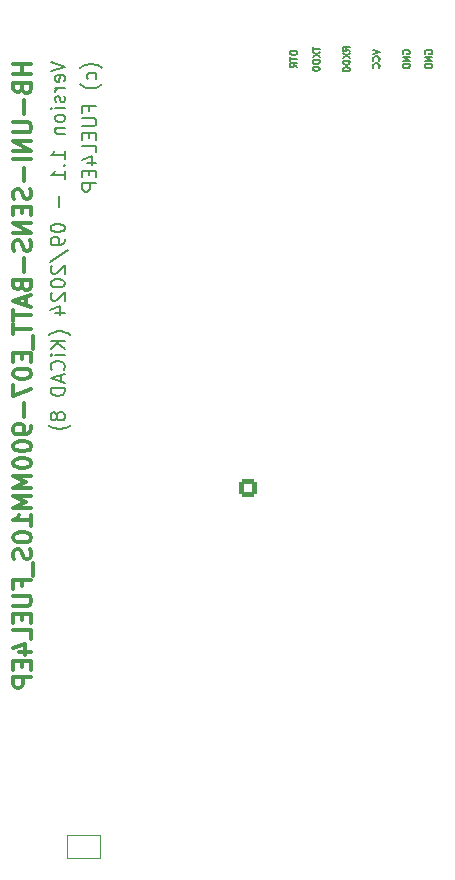
<source format=gbr>
%TF.GenerationSoftware,KiCad,Pcbnew,8.0.5-8.0.5-0~ubuntu22.04.1*%
%TF.CreationDate,2024-09-30T17:55:33+02:00*%
%TF.ProjectId,HB-UNI-SEN-BATT_E07-900MM10S_FUEL4EP,48422d55-4e49-42d5-9345-4e2d42415454,1.1*%
%TF.SameCoordinates,Original*%
%TF.FileFunction,Legend,Bot*%
%TF.FilePolarity,Positive*%
%FSLAX46Y46*%
G04 Gerber Fmt 4.6, Leading zero omitted, Abs format (unit mm)*
G04 Created by KiCad (PCBNEW 8.0.5-8.0.5-0~ubuntu22.04.1) date 2024-09-30 17:55:33*
%MOMM*%
%LPD*%
G01*
G04 APERTURE LIST*
G04 Aperture macros list*
%AMRoundRect*
0 Rectangle with rounded corners*
0 $1 Rounding radius*
0 $2 $3 $4 $5 $6 $7 $8 $9 X,Y pos of 4 corners*
0 Add a 4 corners polygon primitive as box body*
4,1,4,$2,$3,$4,$5,$6,$7,$8,$9,$2,$3,0*
0 Add four circle primitives for the rounded corners*
1,1,$1+$1,$2,$3*
1,1,$1+$1,$4,$5*
1,1,$1+$1,$6,$7*
1,1,$1+$1,$8,$9*
0 Add four rect primitives between the rounded corners*
20,1,$1+$1,$2,$3,$4,$5,0*
20,1,$1+$1,$4,$5,$6,$7,0*
20,1,$1+$1,$6,$7,$8,$9,0*
20,1,$1+$1,$8,$9,$2,$3,0*%
G04 Aperture macros list end*
%ADD10C,0.200000*%
%ADD11C,0.300000*%
%ADD12C,0.150000*%
%ADD13C,0.120000*%
%ADD14R,1.800000X1.800000*%
%ADD15C,1.800000*%
%ADD16R,1.700000X1.700000*%
%ADD17O,1.700000X1.700000*%
%ADD18C,2.640000*%
%ADD19R,2.000000X2.000000*%
%ADD20C,2.000000*%
%ADD21R,1.200000X1.200000*%
%ADD22C,1.200000*%
%ADD23C,1.600000*%
%ADD24O,1.600000X1.600000*%
%ADD25R,1.717500X1.800000*%
%ADD26O,1.717500X1.800000*%
%ADD27R,1.000000X1.500000*%
%ADD28C,0.700000*%
%ADD29C,4.400000*%
%ADD30R,1.350000X1.350000*%
%ADD31O,1.350000X1.350000*%
%ADD32RoundRect,0.250000X-0.550000X-0.550000X0.550000X-0.550000X0.550000X0.550000X-0.550000X0.550000X0*%
G04 APERTURE END LIST*
D10*
X10364885Y69689850D02*
X10307742Y69746993D01*
X10307742Y69746993D02*
X10136314Y69861279D01*
X10136314Y69861279D02*
X10022028Y69918422D01*
X10022028Y69918422D02*
X9850600Y69975564D01*
X9850600Y69975564D02*
X9564885Y70032707D01*
X9564885Y70032707D02*
X9336314Y70032707D01*
X9336314Y70032707D02*
X9050600Y69975564D01*
X9050600Y69975564D02*
X8879171Y69918422D01*
X8879171Y69918422D02*
X8764885Y69861279D01*
X8764885Y69861279D02*
X8593457Y69746993D01*
X8593457Y69746993D02*
X8536314Y69689850D01*
X9850600Y68718422D02*
X9907742Y68832707D01*
X9907742Y68832707D02*
X9907742Y69061279D01*
X9907742Y69061279D02*
X9850600Y69175564D01*
X9850600Y69175564D02*
X9793457Y69232707D01*
X9793457Y69232707D02*
X9679171Y69289850D01*
X9679171Y69289850D02*
X9336314Y69289850D01*
X9336314Y69289850D02*
X9222028Y69232707D01*
X9222028Y69232707D02*
X9164885Y69175564D01*
X9164885Y69175564D02*
X9107742Y69061279D01*
X9107742Y69061279D02*
X9107742Y68832707D01*
X9107742Y68832707D02*
X9164885Y68718422D01*
X10364885Y68318422D02*
X10307742Y68261279D01*
X10307742Y68261279D02*
X10136314Y68146993D01*
X10136314Y68146993D02*
X10022028Y68089851D01*
X10022028Y68089851D02*
X9850600Y68032708D01*
X9850600Y68032708D02*
X9564885Y67975565D01*
X9564885Y67975565D02*
X9336314Y67975565D01*
X9336314Y67975565D02*
X9050600Y68032708D01*
X9050600Y68032708D02*
X8879171Y68089851D01*
X8879171Y68089851D02*
X8764885Y68146993D01*
X8764885Y68146993D02*
X8593457Y68261279D01*
X8593457Y68261279D02*
X8536314Y68318422D01*
X9279171Y66089850D02*
X9279171Y66489850D01*
X9907742Y66489850D02*
X8707742Y66489850D01*
X8707742Y66489850D02*
X8707742Y65918422D01*
X8707742Y65461279D02*
X9679171Y65461279D01*
X9679171Y65461279D02*
X9793457Y65404136D01*
X9793457Y65404136D02*
X9850600Y65346994D01*
X9850600Y65346994D02*
X9907742Y65232708D01*
X9907742Y65232708D02*
X9907742Y65004136D01*
X9907742Y65004136D02*
X9850600Y64889851D01*
X9850600Y64889851D02*
X9793457Y64832708D01*
X9793457Y64832708D02*
X9679171Y64775565D01*
X9679171Y64775565D02*
X8707742Y64775565D01*
X9279171Y64204136D02*
X9279171Y63804136D01*
X9907742Y63632708D02*
X9907742Y64204136D01*
X9907742Y64204136D02*
X8707742Y64204136D01*
X8707742Y64204136D02*
X8707742Y63632708D01*
X9907742Y62546994D02*
X9907742Y63118422D01*
X9907742Y63118422D02*
X8707742Y63118422D01*
X9107742Y61632708D02*
X9907742Y61632708D01*
X8650600Y61918422D02*
X9507742Y62204136D01*
X9507742Y62204136D02*
X9507742Y61461279D01*
X9279171Y61004136D02*
X9279171Y60604136D01*
X9907742Y60432708D02*
X9907742Y61004136D01*
X9907742Y61004136D02*
X8707742Y61004136D01*
X8707742Y61004136D02*
X8707742Y60432708D01*
X9907742Y59918422D02*
X8707742Y59918422D01*
X8707742Y59918422D02*
X8707742Y59461279D01*
X8707742Y59461279D02*
X8764885Y59346994D01*
X8764885Y59346994D02*
X8822028Y59289851D01*
X8822028Y59289851D02*
X8936314Y59232708D01*
X8936314Y59232708D02*
X9107742Y59232708D01*
X9107742Y59232708D02*
X9222028Y59289851D01*
X9222028Y59289851D02*
X9279171Y59346994D01*
X9279171Y59346994D02*
X9336314Y59461279D01*
X9336314Y59461279D02*
X9336314Y59918422D01*
D11*
X4388870Y70022489D02*
X2888870Y70022489D01*
X3603156Y70022489D02*
X3603156Y69165346D01*
X4388870Y69165346D02*
X2888870Y69165346D01*
X3603156Y67951060D02*
X3674584Y67736774D01*
X3674584Y67736774D02*
X3746013Y67665345D01*
X3746013Y67665345D02*
X3888870Y67593917D01*
X3888870Y67593917D02*
X4103156Y67593917D01*
X4103156Y67593917D02*
X4246013Y67665345D01*
X4246013Y67665345D02*
X4317442Y67736774D01*
X4317442Y67736774D02*
X4388870Y67879631D01*
X4388870Y67879631D02*
X4388870Y68451060D01*
X4388870Y68451060D02*
X2888870Y68451060D01*
X2888870Y68451060D02*
X2888870Y67951060D01*
X2888870Y67951060D02*
X2960299Y67808203D01*
X2960299Y67808203D02*
X3031727Y67736774D01*
X3031727Y67736774D02*
X3174584Y67665345D01*
X3174584Y67665345D02*
X3317442Y67665345D01*
X3317442Y67665345D02*
X3460299Y67736774D01*
X3460299Y67736774D02*
X3531727Y67808203D01*
X3531727Y67808203D02*
X3603156Y67951060D01*
X3603156Y67951060D02*
X3603156Y68451060D01*
X3817442Y66951060D02*
X3817442Y65808203D01*
X2888870Y65093917D02*
X4103156Y65093917D01*
X4103156Y65093917D02*
X4246013Y65022488D01*
X4246013Y65022488D02*
X4317442Y64951060D01*
X4317442Y64951060D02*
X4388870Y64808202D01*
X4388870Y64808202D02*
X4388870Y64522488D01*
X4388870Y64522488D02*
X4317442Y64379631D01*
X4317442Y64379631D02*
X4246013Y64308202D01*
X4246013Y64308202D02*
X4103156Y64236774D01*
X4103156Y64236774D02*
X2888870Y64236774D01*
X4388870Y63522488D02*
X2888870Y63522488D01*
X2888870Y63522488D02*
X4388870Y62665345D01*
X4388870Y62665345D02*
X2888870Y62665345D01*
X4388870Y61951059D02*
X2888870Y61951059D01*
X3817442Y61236773D02*
X3817442Y60093916D01*
X4317442Y59451058D02*
X4388870Y59236773D01*
X4388870Y59236773D02*
X4388870Y58879630D01*
X4388870Y58879630D02*
X4317442Y58736773D01*
X4317442Y58736773D02*
X4246013Y58665344D01*
X4246013Y58665344D02*
X4103156Y58593915D01*
X4103156Y58593915D02*
X3960299Y58593915D01*
X3960299Y58593915D02*
X3817442Y58665344D01*
X3817442Y58665344D02*
X3746013Y58736773D01*
X3746013Y58736773D02*
X3674584Y58879630D01*
X3674584Y58879630D02*
X3603156Y59165344D01*
X3603156Y59165344D02*
X3531727Y59308201D01*
X3531727Y59308201D02*
X3460299Y59379630D01*
X3460299Y59379630D02*
X3317442Y59451058D01*
X3317442Y59451058D02*
X3174584Y59451058D01*
X3174584Y59451058D02*
X3031727Y59379630D01*
X3031727Y59379630D02*
X2960299Y59308201D01*
X2960299Y59308201D02*
X2888870Y59165344D01*
X2888870Y59165344D02*
X2888870Y58808201D01*
X2888870Y58808201D02*
X2960299Y58593915D01*
X3603156Y57951059D02*
X3603156Y57451059D01*
X4388870Y57236773D02*
X4388870Y57951059D01*
X4388870Y57951059D02*
X2888870Y57951059D01*
X2888870Y57951059D02*
X2888870Y57236773D01*
X4388870Y56593916D02*
X2888870Y56593916D01*
X2888870Y56593916D02*
X4388870Y55736773D01*
X4388870Y55736773D02*
X2888870Y55736773D01*
X4317442Y55093915D02*
X4388870Y54879630D01*
X4388870Y54879630D02*
X4388870Y54522487D01*
X4388870Y54522487D02*
X4317442Y54379630D01*
X4317442Y54379630D02*
X4246013Y54308201D01*
X4246013Y54308201D02*
X4103156Y54236772D01*
X4103156Y54236772D02*
X3960299Y54236772D01*
X3960299Y54236772D02*
X3817442Y54308201D01*
X3817442Y54308201D02*
X3746013Y54379630D01*
X3746013Y54379630D02*
X3674584Y54522487D01*
X3674584Y54522487D02*
X3603156Y54808201D01*
X3603156Y54808201D02*
X3531727Y54951058D01*
X3531727Y54951058D02*
X3460299Y55022487D01*
X3460299Y55022487D02*
X3317442Y55093915D01*
X3317442Y55093915D02*
X3174584Y55093915D01*
X3174584Y55093915D02*
X3031727Y55022487D01*
X3031727Y55022487D02*
X2960299Y54951058D01*
X2960299Y54951058D02*
X2888870Y54808201D01*
X2888870Y54808201D02*
X2888870Y54451058D01*
X2888870Y54451058D02*
X2960299Y54236772D01*
X3817442Y53593916D02*
X3817442Y52451059D01*
X3603156Y51236773D02*
X3674584Y51022487D01*
X3674584Y51022487D02*
X3746013Y50951058D01*
X3746013Y50951058D02*
X3888870Y50879630D01*
X3888870Y50879630D02*
X4103156Y50879630D01*
X4103156Y50879630D02*
X4246013Y50951058D01*
X4246013Y50951058D02*
X4317442Y51022487D01*
X4317442Y51022487D02*
X4388870Y51165344D01*
X4388870Y51165344D02*
X4388870Y51736773D01*
X4388870Y51736773D02*
X2888870Y51736773D01*
X2888870Y51736773D02*
X2888870Y51236773D01*
X2888870Y51236773D02*
X2960299Y51093916D01*
X2960299Y51093916D02*
X3031727Y51022487D01*
X3031727Y51022487D02*
X3174584Y50951058D01*
X3174584Y50951058D02*
X3317442Y50951058D01*
X3317442Y50951058D02*
X3460299Y51022487D01*
X3460299Y51022487D02*
X3531727Y51093916D01*
X3531727Y51093916D02*
X3603156Y51236773D01*
X3603156Y51236773D02*
X3603156Y51736773D01*
X3960299Y50308201D02*
X3960299Y49593916D01*
X4388870Y50451058D02*
X2888870Y49951058D01*
X2888870Y49951058D02*
X4388870Y49451058D01*
X2888870Y49165344D02*
X2888870Y48308202D01*
X4388870Y48736773D02*
X2888870Y48736773D01*
X2888870Y48022487D02*
X2888870Y47165345D01*
X4388870Y47593916D02*
X2888870Y47593916D01*
X4531727Y47022488D02*
X4531727Y45879630D01*
X3603156Y45522488D02*
X3603156Y45022488D01*
X4388870Y44808202D02*
X4388870Y45522488D01*
X4388870Y45522488D02*
X2888870Y45522488D01*
X2888870Y45522488D02*
X2888870Y44808202D01*
X2888870Y43879630D02*
X2888870Y43736773D01*
X2888870Y43736773D02*
X2960299Y43593916D01*
X2960299Y43593916D02*
X3031727Y43522488D01*
X3031727Y43522488D02*
X3174584Y43451059D01*
X3174584Y43451059D02*
X3460299Y43379630D01*
X3460299Y43379630D02*
X3817442Y43379630D01*
X3817442Y43379630D02*
X4103156Y43451059D01*
X4103156Y43451059D02*
X4246013Y43522488D01*
X4246013Y43522488D02*
X4317442Y43593916D01*
X4317442Y43593916D02*
X4388870Y43736773D01*
X4388870Y43736773D02*
X4388870Y43879630D01*
X4388870Y43879630D02*
X4317442Y44022488D01*
X4317442Y44022488D02*
X4246013Y44093916D01*
X4246013Y44093916D02*
X4103156Y44165345D01*
X4103156Y44165345D02*
X3817442Y44236773D01*
X3817442Y44236773D02*
X3460299Y44236773D01*
X3460299Y44236773D02*
X3174584Y44165345D01*
X3174584Y44165345D02*
X3031727Y44093916D01*
X3031727Y44093916D02*
X2960299Y44022488D01*
X2960299Y44022488D02*
X2888870Y43879630D01*
X2888870Y42879631D02*
X2888870Y41879631D01*
X2888870Y41879631D02*
X4388870Y42522488D01*
X3817442Y41308203D02*
X3817442Y40165346D01*
X4388870Y39379631D02*
X4388870Y39093917D01*
X4388870Y39093917D02*
X4317442Y38951060D01*
X4317442Y38951060D02*
X4246013Y38879631D01*
X4246013Y38879631D02*
X4031727Y38736774D01*
X4031727Y38736774D02*
X3746013Y38665345D01*
X3746013Y38665345D02*
X3174584Y38665345D01*
X3174584Y38665345D02*
X3031727Y38736774D01*
X3031727Y38736774D02*
X2960299Y38808203D01*
X2960299Y38808203D02*
X2888870Y38951060D01*
X2888870Y38951060D02*
X2888870Y39236774D01*
X2888870Y39236774D02*
X2960299Y39379631D01*
X2960299Y39379631D02*
X3031727Y39451060D01*
X3031727Y39451060D02*
X3174584Y39522488D01*
X3174584Y39522488D02*
X3531727Y39522488D01*
X3531727Y39522488D02*
X3674584Y39451060D01*
X3674584Y39451060D02*
X3746013Y39379631D01*
X3746013Y39379631D02*
X3817442Y39236774D01*
X3817442Y39236774D02*
X3817442Y38951060D01*
X3817442Y38951060D02*
X3746013Y38808203D01*
X3746013Y38808203D02*
X3674584Y38736774D01*
X3674584Y38736774D02*
X3531727Y38665345D01*
X2888870Y37736774D02*
X2888870Y37593917D01*
X2888870Y37593917D02*
X2960299Y37451060D01*
X2960299Y37451060D02*
X3031727Y37379632D01*
X3031727Y37379632D02*
X3174584Y37308203D01*
X3174584Y37308203D02*
X3460299Y37236774D01*
X3460299Y37236774D02*
X3817442Y37236774D01*
X3817442Y37236774D02*
X4103156Y37308203D01*
X4103156Y37308203D02*
X4246013Y37379632D01*
X4246013Y37379632D02*
X4317442Y37451060D01*
X4317442Y37451060D02*
X4388870Y37593917D01*
X4388870Y37593917D02*
X4388870Y37736774D01*
X4388870Y37736774D02*
X4317442Y37879632D01*
X4317442Y37879632D02*
X4246013Y37951060D01*
X4246013Y37951060D02*
X4103156Y38022489D01*
X4103156Y38022489D02*
X3817442Y38093917D01*
X3817442Y38093917D02*
X3460299Y38093917D01*
X3460299Y38093917D02*
X3174584Y38022489D01*
X3174584Y38022489D02*
X3031727Y37951060D01*
X3031727Y37951060D02*
X2960299Y37879632D01*
X2960299Y37879632D02*
X2888870Y37736774D01*
X2888870Y36308203D02*
X2888870Y36165346D01*
X2888870Y36165346D02*
X2960299Y36022489D01*
X2960299Y36022489D02*
X3031727Y35951061D01*
X3031727Y35951061D02*
X3174584Y35879632D01*
X3174584Y35879632D02*
X3460299Y35808203D01*
X3460299Y35808203D02*
X3817442Y35808203D01*
X3817442Y35808203D02*
X4103156Y35879632D01*
X4103156Y35879632D02*
X4246013Y35951061D01*
X4246013Y35951061D02*
X4317442Y36022489D01*
X4317442Y36022489D02*
X4388870Y36165346D01*
X4388870Y36165346D02*
X4388870Y36308203D01*
X4388870Y36308203D02*
X4317442Y36451061D01*
X4317442Y36451061D02*
X4246013Y36522489D01*
X4246013Y36522489D02*
X4103156Y36593918D01*
X4103156Y36593918D02*
X3817442Y36665346D01*
X3817442Y36665346D02*
X3460299Y36665346D01*
X3460299Y36665346D02*
X3174584Y36593918D01*
X3174584Y36593918D02*
X3031727Y36522489D01*
X3031727Y36522489D02*
X2960299Y36451061D01*
X2960299Y36451061D02*
X2888870Y36308203D01*
X4388870Y35165347D02*
X2888870Y35165347D01*
X2888870Y35165347D02*
X3960299Y34665347D01*
X3960299Y34665347D02*
X2888870Y34165347D01*
X2888870Y34165347D02*
X4388870Y34165347D01*
X4388870Y33451061D02*
X2888870Y33451061D01*
X2888870Y33451061D02*
X3960299Y32951061D01*
X3960299Y32951061D02*
X2888870Y32451061D01*
X2888870Y32451061D02*
X4388870Y32451061D01*
X4388870Y30951060D02*
X4388870Y31808203D01*
X4388870Y31379632D02*
X2888870Y31379632D01*
X2888870Y31379632D02*
X3103156Y31522489D01*
X3103156Y31522489D02*
X3246013Y31665346D01*
X3246013Y31665346D02*
X3317442Y31808203D01*
X2888870Y30022489D02*
X2888870Y29879632D01*
X2888870Y29879632D02*
X2960299Y29736775D01*
X2960299Y29736775D02*
X3031727Y29665347D01*
X3031727Y29665347D02*
X3174584Y29593918D01*
X3174584Y29593918D02*
X3460299Y29522489D01*
X3460299Y29522489D02*
X3817442Y29522489D01*
X3817442Y29522489D02*
X4103156Y29593918D01*
X4103156Y29593918D02*
X4246013Y29665347D01*
X4246013Y29665347D02*
X4317442Y29736775D01*
X4317442Y29736775D02*
X4388870Y29879632D01*
X4388870Y29879632D02*
X4388870Y30022489D01*
X4388870Y30022489D02*
X4317442Y30165347D01*
X4317442Y30165347D02*
X4246013Y30236775D01*
X4246013Y30236775D02*
X4103156Y30308204D01*
X4103156Y30308204D02*
X3817442Y30379632D01*
X3817442Y30379632D02*
X3460299Y30379632D01*
X3460299Y30379632D02*
X3174584Y30308204D01*
X3174584Y30308204D02*
X3031727Y30236775D01*
X3031727Y30236775D02*
X2960299Y30165347D01*
X2960299Y30165347D02*
X2888870Y30022489D01*
X4317442Y28951061D02*
X4388870Y28736776D01*
X4388870Y28736776D02*
X4388870Y28379633D01*
X4388870Y28379633D02*
X4317442Y28236776D01*
X4317442Y28236776D02*
X4246013Y28165347D01*
X4246013Y28165347D02*
X4103156Y28093918D01*
X4103156Y28093918D02*
X3960299Y28093918D01*
X3960299Y28093918D02*
X3817442Y28165347D01*
X3817442Y28165347D02*
X3746013Y28236776D01*
X3746013Y28236776D02*
X3674584Y28379633D01*
X3674584Y28379633D02*
X3603156Y28665347D01*
X3603156Y28665347D02*
X3531727Y28808204D01*
X3531727Y28808204D02*
X3460299Y28879633D01*
X3460299Y28879633D02*
X3317442Y28951061D01*
X3317442Y28951061D02*
X3174584Y28951061D01*
X3174584Y28951061D02*
X3031727Y28879633D01*
X3031727Y28879633D02*
X2960299Y28808204D01*
X2960299Y28808204D02*
X2888870Y28665347D01*
X2888870Y28665347D02*
X2888870Y28308204D01*
X2888870Y28308204D02*
X2960299Y28093918D01*
X4531727Y27808205D02*
X4531727Y26665347D01*
X3603156Y25808205D02*
X3603156Y26308205D01*
X4388870Y26308205D02*
X2888870Y26308205D01*
X2888870Y26308205D02*
X2888870Y25593919D01*
X2888870Y25022491D02*
X4103156Y25022491D01*
X4103156Y25022491D02*
X4246013Y24951062D01*
X4246013Y24951062D02*
X4317442Y24879634D01*
X4317442Y24879634D02*
X4388870Y24736776D01*
X4388870Y24736776D02*
X4388870Y24451062D01*
X4388870Y24451062D02*
X4317442Y24308205D01*
X4317442Y24308205D02*
X4246013Y24236776D01*
X4246013Y24236776D02*
X4103156Y24165348D01*
X4103156Y24165348D02*
X2888870Y24165348D01*
X3603156Y23451062D02*
X3603156Y22951062D01*
X4388870Y22736776D02*
X4388870Y23451062D01*
X4388870Y23451062D02*
X2888870Y23451062D01*
X2888870Y23451062D02*
X2888870Y22736776D01*
X4388870Y21379633D02*
X4388870Y22093919D01*
X4388870Y22093919D02*
X2888870Y22093919D01*
X3388870Y20236776D02*
X4388870Y20236776D01*
X2817442Y20593918D02*
X3888870Y20951061D01*
X3888870Y20951061D02*
X3888870Y20022490D01*
X3603156Y19451062D02*
X3603156Y18951062D01*
X4388870Y18736776D02*
X4388870Y19451062D01*
X4388870Y19451062D02*
X2888870Y19451062D01*
X2888870Y19451062D02*
X2888870Y18736776D01*
X4388870Y18093919D02*
X2888870Y18093919D01*
X2888870Y18093919D02*
X2888870Y17522490D01*
X2888870Y17522490D02*
X2960299Y17379633D01*
X2960299Y17379633D02*
X3031727Y17308204D01*
X3031727Y17308204D02*
X3174584Y17236776D01*
X3174584Y17236776D02*
X3388870Y17236776D01*
X3388870Y17236776D02*
X3531727Y17308204D01*
X3531727Y17308204D02*
X3603156Y17379633D01*
X3603156Y17379633D02*
X3674584Y17522490D01*
X3674584Y17522490D02*
X3674584Y18093919D01*
D10*
X6040742Y70204136D02*
X7240742Y69804136D01*
X7240742Y69804136D02*
X6040742Y69404136D01*
X7183600Y68546993D02*
X7240742Y68661279D01*
X7240742Y68661279D02*
X7240742Y68889851D01*
X7240742Y68889851D02*
X7183600Y69004136D01*
X7183600Y69004136D02*
X7069314Y69061279D01*
X7069314Y69061279D02*
X6612171Y69061279D01*
X6612171Y69061279D02*
X6497885Y69004136D01*
X6497885Y69004136D02*
X6440742Y68889851D01*
X6440742Y68889851D02*
X6440742Y68661279D01*
X6440742Y68661279D02*
X6497885Y68546993D01*
X6497885Y68546993D02*
X6612171Y68489851D01*
X6612171Y68489851D02*
X6726457Y68489851D01*
X6726457Y68489851D02*
X6840742Y69061279D01*
X7240742Y67975565D02*
X6440742Y67975565D01*
X6669314Y67975565D02*
X6555028Y67918422D01*
X6555028Y67918422D02*
X6497885Y67861280D01*
X6497885Y67861280D02*
X6440742Y67746994D01*
X6440742Y67746994D02*
X6440742Y67632708D01*
X7183600Y67289851D02*
X7240742Y67175565D01*
X7240742Y67175565D02*
X7240742Y66946994D01*
X7240742Y66946994D02*
X7183600Y66832708D01*
X7183600Y66832708D02*
X7069314Y66775565D01*
X7069314Y66775565D02*
X7012171Y66775565D01*
X7012171Y66775565D02*
X6897885Y66832708D01*
X6897885Y66832708D02*
X6840742Y66946994D01*
X6840742Y66946994D02*
X6840742Y67118423D01*
X6840742Y67118423D02*
X6783600Y67232708D01*
X6783600Y67232708D02*
X6669314Y67289851D01*
X6669314Y67289851D02*
X6612171Y67289851D01*
X6612171Y67289851D02*
X6497885Y67232708D01*
X6497885Y67232708D02*
X6440742Y67118423D01*
X6440742Y67118423D02*
X6440742Y66946994D01*
X6440742Y66946994D02*
X6497885Y66832708D01*
X7240742Y66261279D02*
X6440742Y66261279D01*
X6040742Y66261279D02*
X6097885Y66318422D01*
X6097885Y66318422D02*
X6155028Y66261279D01*
X6155028Y66261279D02*
X6097885Y66204136D01*
X6097885Y66204136D02*
X6040742Y66261279D01*
X6040742Y66261279D02*
X6155028Y66261279D01*
X7240742Y65518422D02*
X7183600Y65632707D01*
X7183600Y65632707D02*
X7126457Y65689850D01*
X7126457Y65689850D02*
X7012171Y65746993D01*
X7012171Y65746993D02*
X6669314Y65746993D01*
X6669314Y65746993D02*
X6555028Y65689850D01*
X6555028Y65689850D02*
X6497885Y65632707D01*
X6497885Y65632707D02*
X6440742Y65518422D01*
X6440742Y65518422D02*
X6440742Y65346993D01*
X6440742Y65346993D02*
X6497885Y65232707D01*
X6497885Y65232707D02*
X6555028Y65175565D01*
X6555028Y65175565D02*
X6669314Y65118422D01*
X6669314Y65118422D02*
X7012171Y65118422D01*
X7012171Y65118422D02*
X7126457Y65175565D01*
X7126457Y65175565D02*
X7183600Y65232707D01*
X7183600Y65232707D02*
X7240742Y65346993D01*
X7240742Y65346993D02*
X7240742Y65518422D01*
X6440742Y64604136D02*
X7240742Y64604136D01*
X6555028Y64604136D02*
X6497885Y64546993D01*
X6497885Y64546993D02*
X6440742Y64432708D01*
X6440742Y64432708D02*
X6440742Y64261279D01*
X6440742Y64261279D02*
X6497885Y64146993D01*
X6497885Y64146993D02*
X6612171Y64089851D01*
X6612171Y64089851D02*
X7240742Y64089851D01*
X7240742Y61975565D02*
X7240742Y62661279D01*
X7240742Y62318422D02*
X6040742Y62318422D01*
X6040742Y62318422D02*
X6212171Y62432708D01*
X6212171Y62432708D02*
X6326457Y62546993D01*
X6326457Y62546993D02*
X6383600Y62661279D01*
X7126457Y61461279D02*
X7183600Y61404136D01*
X7183600Y61404136D02*
X7240742Y61461279D01*
X7240742Y61461279D02*
X7183600Y61518422D01*
X7183600Y61518422D02*
X7126457Y61461279D01*
X7126457Y61461279D02*
X7240742Y61461279D01*
X7240742Y60261279D02*
X7240742Y60946993D01*
X7240742Y60604136D02*
X6040742Y60604136D01*
X6040742Y60604136D02*
X6212171Y60718422D01*
X6212171Y60718422D02*
X6326457Y60832707D01*
X6326457Y60832707D02*
X6383600Y60946993D01*
X6783600Y58832707D02*
X6783600Y57918422D01*
X6040742Y56204136D02*
X6040742Y56089850D01*
X6040742Y56089850D02*
X6097885Y55975564D01*
X6097885Y55975564D02*
X6155028Y55918422D01*
X6155028Y55918422D02*
X6269314Y55861279D01*
X6269314Y55861279D02*
X6497885Y55804136D01*
X6497885Y55804136D02*
X6783600Y55804136D01*
X6783600Y55804136D02*
X7012171Y55861279D01*
X7012171Y55861279D02*
X7126457Y55918422D01*
X7126457Y55918422D02*
X7183600Y55975564D01*
X7183600Y55975564D02*
X7240742Y56089850D01*
X7240742Y56089850D02*
X7240742Y56204136D01*
X7240742Y56204136D02*
X7183600Y56318422D01*
X7183600Y56318422D02*
X7126457Y56375564D01*
X7126457Y56375564D02*
X7012171Y56432707D01*
X7012171Y56432707D02*
X6783600Y56489850D01*
X6783600Y56489850D02*
X6497885Y56489850D01*
X6497885Y56489850D02*
X6269314Y56432707D01*
X6269314Y56432707D02*
X6155028Y56375564D01*
X6155028Y56375564D02*
X6097885Y56318422D01*
X6097885Y56318422D02*
X6040742Y56204136D01*
X7240742Y55232707D02*
X7240742Y55004136D01*
X7240742Y55004136D02*
X7183600Y54889850D01*
X7183600Y54889850D02*
X7126457Y54832707D01*
X7126457Y54832707D02*
X6955028Y54718422D01*
X6955028Y54718422D02*
X6726457Y54661279D01*
X6726457Y54661279D02*
X6269314Y54661279D01*
X6269314Y54661279D02*
X6155028Y54718422D01*
X6155028Y54718422D02*
X6097885Y54775565D01*
X6097885Y54775565D02*
X6040742Y54889850D01*
X6040742Y54889850D02*
X6040742Y55118422D01*
X6040742Y55118422D02*
X6097885Y55232707D01*
X6097885Y55232707D02*
X6155028Y55289850D01*
X6155028Y55289850D02*
X6269314Y55346993D01*
X6269314Y55346993D02*
X6555028Y55346993D01*
X6555028Y55346993D02*
X6669314Y55289850D01*
X6669314Y55289850D02*
X6726457Y55232707D01*
X6726457Y55232707D02*
X6783600Y55118422D01*
X6783600Y55118422D02*
X6783600Y54889850D01*
X6783600Y54889850D02*
X6726457Y54775565D01*
X6726457Y54775565D02*
X6669314Y54718422D01*
X6669314Y54718422D02*
X6555028Y54661279D01*
X5983600Y53289850D02*
X7526457Y54318422D01*
X6155028Y52946993D02*
X6097885Y52889850D01*
X6097885Y52889850D02*
X6040742Y52775565D01*
X6040742Y52775565D02*
X6040742Y52489850D01*
X6040742Y52489850D02*
X6097885Y52375565D01*
X6097885Y52375565D02*
X6155028Y52318422D01*
X6155028Y52318422D02*
X6269314Y52261279D01*
X6269314Y52261279D02*
X6383600Y52261279D01*
X6383600Y52261279D02*
X6555028Y52318422D01*
X6555028Y52318422D02*
X7240742Y53004136D01*
X7240742Y53004136D02*
X7240742Y52261279D01*
X6040742Y51518422D02*
X6040742Y51404136D01*
X6040742Y51404136D02*
X6097885Y51289850D01*
X6097885Y51289850D02*
X6155028Y51232708D01*
X6155028Y51232708D02*
X6269314Y51175565D01*
X6269314Y51175565D02*
X6497885Y51118422D01*
X6497885Y51118422D02*
X6783600Y51118422D01*
X6783600Y51118422D02*
X7012171Y51175565D01*
X7012171Y51175565D02*
X7126457Y51232708D01*
X7126457Y51232708D02*
X7183600Y51289850D01*
X7183600Y51289850D02*
X7240742Y51404136D01*
X7240742Y51404136D02*
X7240742Y51518422D01*
X7240742Y51518422D02*
X7183600Y51632708D01*
X7183600Y51632708D02*
X7126457Y51689850D01*
X7126457Y51689850D02*
X7012171Y51746993D01*
X7012171Y51746993D02*
X6783600Y51804136D01*
X6783600Y51804136D02*
X6497885Y51804136D01*
X6497885Y51804136D02*
X6269314Y51746993D01*
X6269314Y51746993D02*
X6155028Y51689850D01*
X6155028Y51689850D02*
X6097885Y51632708D01*
X6097885Y51632708D02*
X6040742Y51518422D01*
X6155028Y50661279D02*
X6097885Y50604136D01*
X6097885Y50604136D02*
X6040742Y50489851D01*
X6040742Y50489851D02*
X6040742Y50204136D01*
X6040742Y50204136D02*
X6097885Y50089851D01*
X6097885Y50089851D02*
X6155028Y50032708D01*
X6155028Y50032708D02*
X6269314Y49975565D01*
X6269314Y49975565D02*
X6383600Y49975565D01*
X6383600Y49975565D02*
X6555028Y50032708D01*
X6555028Y50032708D02*
X7240742Y50718422D01*
X7240742Y50718422D02*
X7240742Y49975565D01*
X6440742Y48946994D02*
X7240742Y48946994D01*
X5983600Y49232708D02*
X6840742Y49518422D01*
X6840742Y49518422D02*
X6840742Y48775565D01*
X7697885Y47061279D02*
X7640742Y47118422D01*
X7640742Y47118422D02*
X7469314Y47232708D01*
X7469314Y47232708D02*
X7355028Y47289851D01*
X7355028Y47289851D02*
X7183600Y47346993D01*
X7183600Y47346993D02*
X6897885Y47404136D01*
X6897885Y47404136D02*
X6669314Y47404136D01*
X6669314Y47404136D02*
X6383600Y47346993D01*
X6383600Y47346993D02*
X6212171Y47289851D01*
X6212171Y47289851D02*
X6097885Y47232708D01*
X6097885Y47232708D02*
X5926457Y47118422D01*
X5926457Y47118422D02*
X5869314Y47061279D01*
X7240742Y46604136D02*
X6040742Y46604136D01*
X7240742Y45918422D02*
X6555028Y46432708D01*
X6040742Y45918422D02*
X6726457Y46604136D01*
X7240742Y45404136D02*
X6440742Y45404136D01*
X6040742Y45404136D02*
X6097885Y45461279D01*
X6097885Y45461279D02*
X6155028Y45404136D01*
X6155028Y45404136D02*
X6097885Y45346993D01*
X6097885Y45346993D02*
X6040742Y45404136D01*
X6040742Y45404136D02*
X6155028Y45404136D01*
X7126457Y44146993D02*
X7183600Y44204136D01*
X7183600Y44204136D02*
X7240742Y44375564D01*
X7240742Y44375564D02*
X7240742Y44489850D01*
X7240742Y44489850D02*
X7183600Y44661279D01*
X7183600Y44661279D02*
X7069314Y44775564D01*
X7069314Y44775564D02*
X6955028Y44832707D01*
X6955028Y44832707D02*
X6726457Y44889850D01*
X6726457Y44889850D02*
X6555028Y44889850D01*
X6555028Y44889850D02*
X6326457Y44832707D01*
X6326457Y44832707D02*
X6212171Y44775564D01*
X6212171Y44775564D02*
X6097885Y44661279D01*
X6097885Y44661279D02*
X6040742Y44489850D01*
X6040742Y44489850D02*
X6040742Y44375564D01*
X6040742Y44375564D02*
X6097885Y44204136D01*
X6097885Y44204136D02*
X6155028Y44146993D01*
X6897885Y43689850D02*
X6897885Y43118422D01*
X7240742Y43804136D02*
X6040742Y43404136D01*
X6040742Y43404136D02*
X7240742Y43004136D01*
X7240742Y42604136D02*
X6040742Y42604136D01*
X6040742Y42604136D02*
X6040742Y42318422D01*
X6040742Y42318422D02*
X6097885Y42146993D01*
X6097885Y42146993D02*
X6212171Y42032708D01*
X6212171Y42032708D02*
X6326457Y41975565D01*
X6326457Y41975565D02*
X6555028Y41918422D01*
X6555028Y41918422D02*
X6726457Y41918422D01*
X6726457Y41918422D02*
X6955028Y41975565D01*
X6955028Y41975565D02*
X7069314Y42032708D01*
X7069314Y42032708D02*
X7183600Y42146993D01*
X7183600Y42146993D02*
X7240742Y42318422D01*
X7240742Y42318422D02*
X7240742Y42604136D01*
X6555028Y40318422D02*
X6497885Y40432707D01*
X6497885Y40432707D02*
X6440742Y40489850D01*
X6440742Y40489850D02*
X6326457Y40546993D01*
X6326457Y40546993D02*
X6269314Y40546993D01*
X6269314Y40546993D02*
X6155028Y40489850D01*
X6155028Y40489850D02*
X6097885Y40432707D01*
X6097885Y40432707D02*
X6040742Y40318422D01*
X6040742Y40318422D02*
X6040742Y40089850D01*
X6040742Y40089850D02*
X6097885Y39975565D01*
X6097885Y39975565D02*
X6155028Y39918422D01*
X6155028Y39918422D02*
X6269314Y39861279D01*
X6269314Y39861279D02*
X6326457Y39861279D01*
X6326457Y39861279D02*
X6440742Y39918422D01*
X6440742Y39918422D02*
X6497885Y39975565D01*
X6497885Y39975565D02*
X6555028Y40089850D01*
X6555028Y40089850D02*
X6555028Y40318422D01*
X6555028Y40318422D02*
X6612171Y40432707D01*
X6612171Y40432707D02*
X6669314Y40489850D01*
X6669314Y40489850D02*
X6783600Y40546993D01*
X6783600Y40546993D02*
X7012171Y40546993D01*
X7012171Y40546993D02*
X7126457Y40489850D01*
X7126457Y40489850D02*
X7183600Y40432707D01*
X7183600Y40432707D02*
X7240742Y40318422D01*
X7240742Y40318422D02*
X7240742Y40089850D01*
X7240742Y40089850D02*
X7183600Y39975565D01*
X7183600Y39975565D02*
X7126457Y39918422D01*
X7126457Y39918422D02*
X7012171Y39861279D01*
X7012171Y39861279D02*
X6783600Y39861279D01*
X6783600Y39861279D02*
X6669314Y39918422D01*
X6669314Y39918422D02*
X6612171Y39975565D01*
X6612171Y39975565D02*
X6555028Y40089850D01*
X7697885Y39461279D02*
X7640742Y39404136D01*
X7640742Y39404136D02*
X7469314Y39289850D01*
X7469314Y39289850D02*
X7355028Y39232708D01*
X7355028Y39232708D02*
X7183600Y39175565D01*
X7183600Y39175565D02*
X6897885Y39118422D01*
X6897885Y39118422D02*
X6669314Y39118422D01*
X6669314Y39118422D02*
X6383600Y39175565D01*
X6383600Y39175565D02*
X6212171Y39232708D01*
X6212171Y39232708D02*
X6097885Y39289850D01*
X6097885Y39289850D02*
X5926457Y39404136D01*
X5926457Y39404136D02*
X5869314Y39461279D01*
D12*
X33289771Y71250000D02*
X33889771Y71050000D01*
X33889771Y71050000D02*
X33289771Y70850000D01*
X33832628Y70307142D02*
X33861200Y70335714D01*
X33861200Y70335714D02*
X33889771Y70421428D01*
X33889771Y70421428D02*
X33889771Y70478571D01*
X33889771Y70478571D02*
X33861200Y70564285D01*
X33861200Y70564285D02*
X33804057Y70621428D01*
X33804057Y70621428D02*
X33746914Y70649999D01*
X33746914Y70649999D02*
X33632628Y70678571D01*
X33632628Y70678571D02*
X33546914Y70678571D01*
X33546914Y70678571D02*
X33432628Y70649999D01*
X33432628Y70649999D02*
X33375485Y70621428D01*
X33375485Y70621428D02*
X33318342Y70564285D01*
X33318342Y70564285D02*
X33289771Y70478571D01*
X33289771Y70478571D02*
X33289771Y70421428D01*
X33289771Y70421428D02*
X33318342Y70335714D01*
X33318342Y70335714D02*
X33346914Y70307142D01*
X33832628Y69707142D02*
X33861200Y69735714D01*
X33861200Y69735714D02*
X33889771Y69821428D01*
X33889771Y69821428D02*
X33889771Y69878571D01*
X33889771Y69878571D02*
X33861200Y69964285D01*
X33861200Y69964285D02*
X33804057Y70021428D01*
X33804057Y70021428D02*
X33746914Y70049999D01*
X33746914Y70049999D02*
X33632628Y70078571D01*
X33632628Y70078571D02*
X33546914Y70078571D01*
X33546914Y70078571D02*
X33432628Y70049999D01*
X33432628Y70049999D02*
X33375485Y70021428D01*
X33375485Y70021428D02*
X33318342Y69964285D01*
X33318342Y69964285D02*
X33289771Y69878571D01*
X33289771Y69878571D02*
X33289771Y69821428D01*
X33289771Y69821428D02*
X33318342Y69735714D01*
X33318342Y69735714D02*
X33346914Y69707142D01*
X26904771Y71135713D02*
X26304771Y71135713D01*
X26304771Y71135713D02*
X26304771Y70992856D01*
X26304771Y70992856D02*
X26333342Y70907142D01*
X26333342Y70907142D02*
X26390485Y70849999D01*
X26390485Y70849999D02*
X26447628Y70821428D01*
X26447628Y70821428D02*
X26561914Y70792856D01*
X26561914Y70792856D02*
X26647628Y70792856D01*
X26647628Y70792856D02*
X26761914Y70821428D01*
X26761914Y70821428D02*
X26819057Y70849999D01*
X26819057Y70849999D02*
X26876200Y70907142D01*
X26876200Y70907142D02*
X26904771Y70992856D01*
X26904771Y70992856D02*
X26904771Y71135713D01*
X26304771Y70621428D02*
X26304771Y70278571D01*
X26904771Y70449999D02*
X26304771Y70449999D01*
X26904771Y69735713D02*
X26619057Y69935713D01*
X26904771Y70078570D02*
X26304771Y70078570D01*
X26304771Y70078570D02*
X26304771Y69849999D01*
X26304771Y69849999D02*
X26333342Y69792856D01*
X26333342Y69792856D02*
X26361914Y69764285D01*
X26361914Y69764285D02*
X26419057Y69735713D01*
X26419057Y69735713D02*
X26504771Y69735713D01*
X26504771Y69735713D02*
X26561914Y69764285D01*
X26561914Y69764285D02*
X26590485Y69792856D01*
X26590485Y69792856D02*
X26619057Y69849999D01*
X26619057Y69849999D02*
X26619057Y70078570D01*
X31349771Y71135714D02*
X31064057Y71335714D01*
X31349771Y71478571D02*
X30749771Y71478571D01*
X30749771Y71478571D02*
X30749771Y71250000D01*
X30749771Y71250000D02*
X30778342Y71192857D01*
X30778342Y71192857D02*
X30806914Y71164286D01*
X30806914Y71164286D02*
X30864057Y71135714D01*
X30864057Y71135714D02*
X30949771Y71135714D01*
X30949771Y71135714D02*
X31006914Y71164286D01*
X31006914Y71164286D02*
X31035485Y71192857D01*
X31035485Y71192857D02*
X31064057Y71250000D01*
X31064057Y71250000D02*
X31064057Y71478571D01*
X30749771Y70935714D02*
X31349771Y70535714D01*
X30749771Y70535714D02*
X31349771Y70935714D01*
X31349771Y70307142D02*
X30749771Y70307142D01*
X30749771Y70307142D02*
X30749771Y70164285D01*
X30749771Y70164285D02*
X30778342Y70078571D01*
X30778342Y70078571D02*
X30835485Y70021428D01*
X30835485Y70021428D02*
X30892628Y69992857D01*
X30892628Y69992857D02*
X31006914Y69964285D01*
X31006914Y69964285D02*
X31092628Y69964285D01*
X31092628Y69964285D02*
X31206914Y69992857D01*
X31206914Y69992857D02*
X31264057Y70021428D01*
X31264057Y70021428D02*
X31321200Y70078571D01*
X31321200Y70078571D02*
X31349771Y70164285D01*
X31349771Y70164285D02*
X31349771Y70307142D01*
X30749771Y69592857D02*
X30749771Y69535714D01*
X30749771Y69535714D02*
X30778342Y69478571D01*
X30778342Y69478571D02*
X30806914Y69450000D01*
X30806914Y69450000D02*
X30864057Y69421428D01*
X30864057Y69421428D02*
X30978342Y69392857D01*
X30978342Y69392857D02*
X31121200Y69392857D01*
X31121200Y69392857D02*
X31235485Y69421428D01*
X31235485Y69421428D02*
X31292628Y69450000D01*
X31292628Y69450000D02*
X31321200Y69478571D01*
X31321200Y69478571D02*
X31349771Y69535714D01*
X31349771Y69535714D02*
X31349771Y69592857D01*
X31349771Y69592857D02*
X31321200Y69650000D01*
X31321200Y69650000D02*
X31292628Y69678571D01*
X31292628Y69678571D02*
X31235485Y69707142D01*
X31235485Y69707142D02*
X31121200Y69735714D01*
X31121200Y69735714D02*
X30978342Y69735714D01*
X30978342Y69735714D02*
X30864057Y69707142D01*
X30864057Y69707142D02*
X30806914Y69678571D01*
X30806914Y69678571D02*
X30778342Y69650000D01*
X30778342Y69650000D02*
X30749771Y69592857D01*
X35858342Y70907142D02*
X35829771Y70964285D01*
X35829771Y70964285D02*
X35829771Y71049999D01*
X35829771Y71049999D02*
X35858342Y71135713D01*
X35858342Y71135713D02*
X35915485Y71192856D01*
X35915485Y71192856D02*
X35972628Y71221427D01*
X35972628Y71221427D02*
X36086914Y71249999D01*
X36086914Y71249999D02*
X36172628Y71249999D01*
X36172628Y71249999D02*
X36286914Y71221427D01*
X36286914Y71221427D02*
X36344057Y71192856D01*
X36344057Y71192856D02*
X36401200Y71135713D01*
X36401200Y71135713D02*
X36429771Y71049999D01*
X36429771Y71049999D02*
X36429771Y70992856D01*
X36429771Y70992856D02*
X36401200Y70907142D01*
X36401200Y70907142D02*
X36372628Y70878570D01*
X36372628Y70878570D02*
X36172628Y70878570D01*
X36172628Y70878570D02*
X36172628Y70992856D01*
X36429771Y70621427D02*
X35829771Y70621427D01*
X35829771Y70621427D02*
X36429771Y70278570D01*
X36429771Y70278570D02*
X35829771Y70278570D01*
X36429771Y69992856D02*
X35829771Y69992856D01*
X35829771Y69992856D02*
X35829771Y69849999D01*
X35829771Y69849999D02*
X35858342Y69764285D01*
X35858342Y69764285D02*
X35915485Y69707142D01*
X35915485Y69707142D02*
X35972628Y69678571D01*
X35972628Y69678571D02*
X36086914Y69649999D01*
X36086914Y69649999D02*
X36172628Y69649999D01*
X36172628Y69649999D02*
X36286914Y69678571D01*
X36286914Y69678571D02*
X36344057Y69707142D01*
X36344057Y69707142D02*
X36401200Y69764285D01*
X36401200Y69764285D02*
X36429771Y69849999D01*
X36429771Y69849999D02*
X36429771Y69992856D01*
X28209771Y71492857D02*
X28209771Y71150000D01*
X28809771Y71321428D02*
X28209771Y71321428D01*
X28209771Y71007142D02*
X28809771Y70607142D01*
X28209771Y70607142D02*
X28809771Y71007142D01*
X28809771Y70378570D02*
X28209771Y70378570D01*
X28209771Y70378570D02*
X28209771Y70235713D01*
X28209771Y70235713D02*
X28238342Y70149999D01*
X28238342Y70149999D02*
X28295485Y70092856D01*
X28295485Y70092856D02*
X28352628Y70064285D01*
X28352628Y70064285D02*
X28466914Y70035713D01*
X28466914Y70035713D02*
X28552628Y70035713D01*
X28552628Y70035713D02*
X28666914Y70064285D01*
X28666914Y70064285D02*
X28724057Y70092856D01*
X28724057Y70092856D02*
X28781200Y70149999D01*
X28781200Y70149999D02*
X28809771Y70235713D01*
X28809771Y70235713D02*
X28809771Y70378570D01*
X28209771Y69664285D02*
X28209771Y69607142D01*
X28209771Y69607142D02*
X28238342Y69549999D01*
X28238342Y69549999D02*
X28266914Y69521428D01*
X28266914Y69521428D02*
X28324057Y69492856D01*
X28324057Y69492856D02*
X28438342Y69464285D01*
X28438342Y69464285D02*
X28581200Y69464285D01*
X28581200Y69464285D02*
X28695485Y69492856D01*
X28695485Y69492856D02*
X28752628Y69521428D01*
X28752628Y69521428D02*
X28781200Y69549999D01*
X28781200Y69549999D02*
X28809771Y69607142D01*
X28809771Y69607142D02*
X28809771Y69664285D01*
X28809771Y69664285D02*
X28781200Y69721428D01*
X28781200Y69721428D02*
X28752628Y69749999D01*
X28752628Y69749999D02*
X28695485Y69778570D01*
X28695485Y69778570D02*
X28581200Y69807142D01*
X28581200Y69807142D02*
X28438342Y69807142D01*
X28438342Y69807142D02*
X28324057Y69778570D01*
X28324057Y69778570D02*
X28266914Y69749999D01*
X28266914Y69749999D02*
X28238342Y69721428D01*
X28238342Y69721428D02*
X28209771Y69664285D01*
X37763342Y70907142D02*
X37734771Y70964285D01*
X37734771Y70964285D02*
X37734771Y71049999D01*
X37734771Y71049999D02*
X37763342Y71135713D01*
X37763342Y71135713D02*
X37820485Y71192856D01*
X37820485Y71192856D02*
X37877628Y71221427D01*
X37877628Y71221427D02*
X37991914Y71249999D01*
X37991914Y71249999D02*
X38077628Y71249999D01*
X38077628Y71249999D02*
X38191914Y71221427D01*
X38191914Y71221427D02*
X38249057Y71192856D01*
X38249057Y71192856D02*
X38306200Y71135713D01*
X38306200Y71135713D02*
X38334771Y71049999D01*
X38334771Y71049999D02*
X38334771Y70992856D01*
X38334771Y70992856D02*
X38306200Y70907142D01*
X38306200Y70907142D02*
X38277628Y70878570D01*
X38277628Y70878570D02*
X38077628Y70878570D01*
X38077628Y70878570D02*
X38077628Y70992856D01*
X38334771Y70621427D02*
X37734771Y70621427D01*
X37734771Y70621427D02*
X38334771Y70278570D01*
X38334771Y70278570D02*
X37734771Y70278570D01*
X38334771Y69992856D02*
X37734771Y69992856D01*
X37734771Y69992856D02*
X37734771Y69849999D01*
X37734771Y69849999D02*
X37763342Y69764285D01*
X37763342Y69764285D02*
X37820485Y69707142D01*
X37820485Y69707142D02*
X37877628Y69678571D01*
X37877628Y69678571D02*
X37991914Y69649999D01*
X37991914Y69649999D02*
X38077628Y69649999D01*
X38077628Y69649999D02*
X38191914Y69678571D01*
X38191914Y69678571D02*
X38249057Y69707142D01*
X38249057Y69707142D02*
X38306200Y69764285D01*
X38306200Y69764285D02*
X38334771Y69849999D01*
X38334771Y69849999D02*
X38334771Y69992856D01*
D13*
%TO.C,JP1*%
X7450000Y4775000D02*
X10250000Y4775000D01*
X7450000Y2775000D02*
X7450000Y4775000D01*
X10250000Y4775000D02*
X10250000Y2775000D01*
X10250000Y2775000D02*
X7450000Y2775000D01*
D12*
%TO.C,Module2*%
X26635000Y72990000D02*
G75*
G02*
X25365000Y72990000I-635000J0D01*
G01*
X25365000Y72990000D02*
G75*
G02*
X26635000Y72990000I635000J0D01*
G01*
X29175000Y72990000D02*
G75*
G02*
X27905000Y72990000I-635000J0D01*
G01*
X27905000Y72990000D02*
G75*
G02*
X29175000Y72990000I635000J0D01*
G01*
X31715000Y72990000D02*
G75*
G02*
X30445000Y72990000I-635000J0D01*
G01*
X30445000Y72990000D02*
G75*
G02*
X31715000Y72990000I635000J0D01*
G01*
X34255000Y72990000D02*
G75*
G02*
X32985000Y72990000I-635000J0D01*
G01*
X32985000Y72990000D02*
G75*
G02*
X34255000Y72990000I635000J0D01*
G01*
X36795000Y72990000D02*
G75*
G02*
X35525000Y72990000I-635000J0D01*
G01*
X35525000Y72990000D02*
G75*
G02*
X36795000Y72990000I635000J0D01*
G01*
X39335000Y72990000D02*
G75*
G02*
X38065000Y72990000I-635000J0D01*
G01*
X38065000Y72990000D02*
G75*
G02*
X39335000Y72990000I635000J0D01*
G01*
%TD*%
%LPC*%
D14*
%TO.C,D1*%
X45050000Y71720000D03*
D15*
X45050000Y69180000D03*
%TD*%
D16*
%TO.C,J1*%
X46320000Y39335000D03*
D17*
X46320000Y36795000D03*
%TD*%
D16*
%TO.C,J2*%
X51400000Y39335000D03*
D17*
X51400000Y36795000D03*
%TD*%
D16*
%TO.C,J7*%
X34890000Y4410000D03*
D17*
X34890000Y6950000D03*
X34890000Y9490000D03*
X34890000Y12030000D03*
%TD*%
D18*
%TO.C,BT1*%
X69485000Y63390000D03*
X57495000Y16910000D03*
D19*
X63490000Y66140000D03*
D20*
X63490000Y14150000D03*
%TD*%
D16*
%TO.C,J3*%
X46320000Y48860000D03*
D17*
X46320000Y46320000D03*
%TD*%
D16*
%TO.C,J4*%
X51400000Y48860000D03*
D17*
X51400000Y46320000D03*
%TD*%
D16*
%TO.C,J5*%
X56480000Y8220000D03*
D17*
X59020000Y8220000D03*
X61560000Y8220000D03*
X64100000Y8220000D03*
X66640000Y8220000D03*
X69180000Y8220000D03*
%TD*%
D16*
%TO.C,J6*%
X24730000Y4410000D03*
D17*
X24730000Y6950000D03*
X24730000Y9490000D03*
X24730000Y12030000D03*
%TD*%
D21*
%TO.C,C1*%
X42164000Y36957000D03*
D22*
X42164000Y38457000D03*
%TD*%
D23*
%TO.C,R4*%
X50130000Y30445000D03*
D24*
X50130000Y27905000D03*
%TD*%
D23*
%TO.C,R5*%
X46320000Y30445000D03*
D24*
X46320000Y27905000D03*
%TD*%
D23*
%TO.C,R1*%
X45050000Y66005000D03*
D24*
X45050000Y63465000D03*
%TD*%
D23*
%TO.C,R3*%
X18380000Y8220000D03*
D24*
X15840000Y8220000D03*
%TD*%
D25*
%TO.C,Q1*%
X6950000Y8220000D03*
D26*
X9240000Y8220000D03*
X11530000Y8220000D03*
%TD*%
D16*
%TO.C,J9*%
X50130000Y4410000D03*
D17*
X50130000Y6950000D03*
X50130000Y9490000D03*
X50130000Y12030000D03*
%TD*%
D16*
%TO.C,J10*%
X64989000Y71656500D03*
D17*
X67529000Y71656500D03*
X70069000Y71656500D03*
%TD*%
D27*
%TO.C,JP1*%
X9500000Y3775000D03*
X8200000Y3775000D03*
%TD*%
D15*
%TO.C,Module2*%
X39970000Y70450000D03*
X27270000Y42510000D03*
X24730000Y70450000D03*
X26000000Y72990000D03*
X37430000Y66640000D03*
X39970000Y67910000D03*
X29810000Y42510000D03*
X24730000Y67910000D03*
X28540000Y72990000D03*
X37430000Y64100000D03*
X39970000Y65370000D03*
X32350000Y42510000D03*
X24730000Y65370000D03*
X31080000Y72990000D03*
X37430000Y61560000D03*
X39970000Y62830000D03*
X34890000Y42510000D03*
X24730000Y62830000D03*
X33620000Y72990000D03*
X37430000Y59020000D03*
X39970000Y60290000D03*
X37430000Y42510000D03*
X24730000Y60290000D03*
X36160000Y72990000D03*
X39970000Y57750000D03*
X24730000Y57750000D03*
X38700000Y72990000D03*
X39970000Y55210000D03*
X24730000Y55210000D03*
X39970000Y52670000D03*
X24730000Y52670000D03*
X39970000Y50130000D03*
X24730000Y50130000D03*
X39970000Y47590000D03*
X24730000Y47590000D03*
X39970000Y45050000D03*
X24730000Y45050000D03*
X39970000Y42510000D03*
X24730000Y42510000D03*
%TD*%
D20*
%TO.C,SW1*%
X45685000Y59655000D03*
X52185000Y59655000D03*
X45685000Y55155000D03*
X52185000Y55155000D03*
%TD*%
D16*
%TO.C,J8*%
X39970000Y4410000D03*
D17*
X39970000Y6950000D03*
X39970000Y9490000D03*
X39970000Y12030000D03*
%TD*%
D28*
%TO.C,H2*%
X58200000Y71750000D03*
X58727200Y73022800D03*
X58727200Y70477200D03*
X60000000Y73550000D03*
D29*
X60000000Y71750000D03*
D28*
X60000000Y69950000D03*
X61272800Y73022800D03*
X61272800Y70477200D03*
X61800000Y71750000D03*
%TD*%
%TO.C,H4*%
X58200000Y3250000D03*
X58727200Y4522800D03*
X58727200Y1977200D03*
X60000000Y5050000D03*
D29*
X60000000Y3250000D03*
D28*
X60000000Y1450000D03*
X61272800Y4522800D03*
X61272800Y1977200D03*
X61800000Y3250000D03*
%TD*%
%TO.C,H1*%
X13200000Y71750000D03*
X13727200Y73022800D03*
X13727200Y70477200D03*
X15000000Y73550000D03*
D29*
X15000000Y71750000D03*
D28*
X15000000Y69950000D03*
X16272800Y73022800D03*
X16272800Y70477200D03*
X16800000Y71750000D03*
%TD*%
%TO.C,H3*%
X13200000Y3250000D03*
X13727200Y4522800D03*
X13727200Y1977200D03*
X15000000Y5050000D03*
D29*
X15000000Y3250000D03*
D28*
X15000000Y1450000D03*
X16272800Y4522800D03*
X16272800Y1977200D03*
X16800000Y3250000D03*
%TD*%
D30*
%TO.C,J11*%
X27048000Y21682000D03*
D31*
X29048000Y21682000D03*
X31048000Y21682000D03*
X33048000Y21682000D03*
X35048000Y21682000D03*
X37048000Y21682000D03*
X39048000Y21682000D03*
X41048000Y21682000D03*
%TD*%
D18*
%TO.C,BT2*%
X5425000Y16850000D03*
X17415000Y63330000D03*
D19*
X11420000Y14100000D03*
D20*
X11420000Y66090000D03*
%TD*%
D32*
%TO.C,AE1*%
X22733000Y34163000D03*
%TD*%
%LPD*%
M02*

</source>
